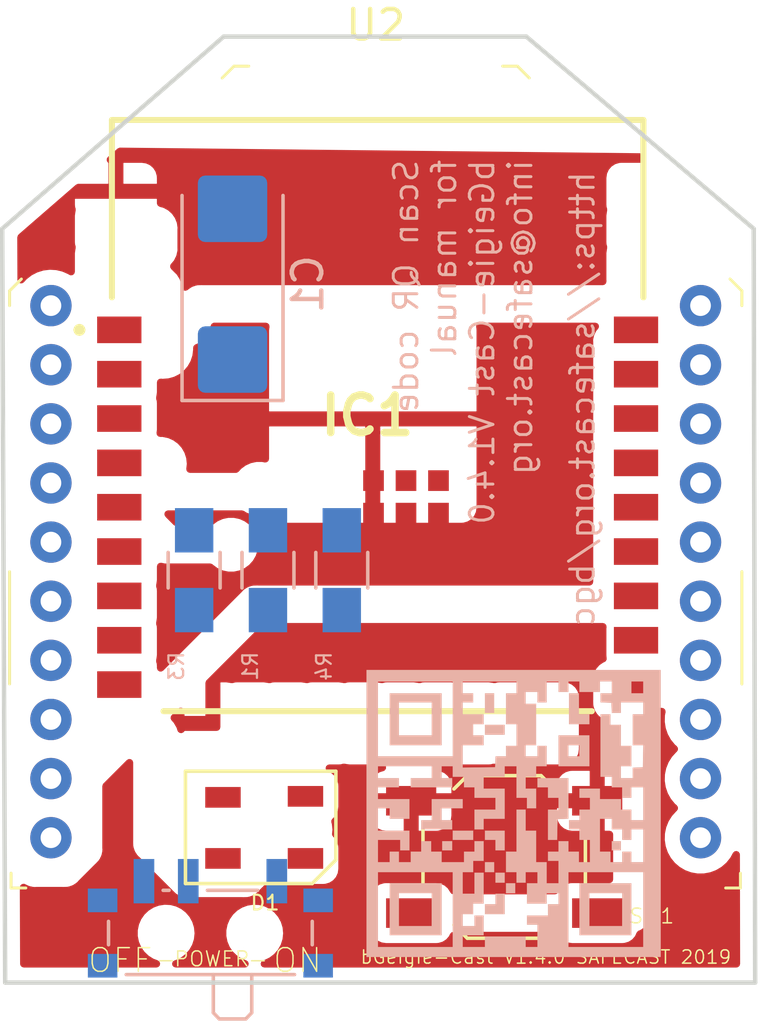
<source format=kicad_pcb>
(kicad_pcb (version 20210606) (generator pcbnew)
  (layers (0 "F.Cu" signal "Top") (31 "B.Cu" signal "Bottom") (34 "B.Paste" user) (35 "F.Paste" user) (36 "B.SilkS" user "B.Silkscreen") (37 "F.SilkS" user "F.Silkscreen") (38 "B.Mask" user) (39 "F.Mask" user) (44 "Edge.Cuts" user))
  (net 0 "")
  (net 1 "GND")
  (net 2 "VDD")
  (net 3 "Net-(D1-Pad1)")
  (net 4 "Net-(D1-Pad3)")
  (net 5 "Net-(D1-Pad4)")
  (net 6 "+3V3")
  (net 33 "Net-(R3-Pad1)")
  (net 34 "Net-(R4-Pad1)")
  (net 35 "Net-(R1-Pad1)")
  (net 36 "Net-(U2-Pad2)")
  (net 37 "Net-(U2-Pad3)")
  (net 38 "Net-(SW1-Pad1)")
  (footprint "Buttons_Switches_SMD:SW_SPST_TL3342" (layer "F.Cu") (at 152.75 118 180)
    (fp_text reference "SW1" hide)
    (fp_text value "TACT-SWITCH" hide)
    (fp_text user "${REFERENCE}" (at -5 -2) (layer "F.SilkS") (effects (font (size 0.5 0.5) (thickness 0.05))))
    (fp_line (start -1.7 2.3) (end -1.25 2.75) (layer "F.SilkS") (width 0.12))
    (fp_line (start -1.25 2.75) (end 1.25 2.75) (layer "F.SilkS") (width 0.12))
    (fp_line (start 1.7 2.3) (end 1.25 2.75) (layer "F.SilkS") (width 0.12))
    (fp_line (start -1.7 -2.3) (end -1.25 -2.75) (layer "F.SilkS") (width 0.12))
    (fp_line (start 1.7 -2.3) (end 1.25 -2.75) (layer "F.SilkS") (width 0.12))
    (fp_line (start -1.25 -2.75) (end 1.25 -2.75) (layer "F.SilkS") (width 0.12))
    (fp_line (start 2.75 -1) (end 2.75 1) (layer "F.SilkS") (width 0.12))
    (fp_line (start -2.75 -1) (end -2.75 1) (layer "F.SilkS") (width 0.12))
    (pad "1" smd rect locked (at 3.15 -1.9 180) (size 1.7 1) (layers "F.Cu" "F.Paste" "F.Mask") (net 38 "Net-(SW1-Pad1)"))
    (pad "1" smd rect locked (at -3.15 -1.9 180) (size 1.7 1) (layers "F.Cu" "F.Paste" "F.Mask") (net 38 "Net-(SW1-Pad1)"))
    (pad "2" smd rect locked (at -3.15 1.9 180) (size 1.7 1) (layers "F.Cu" "F.Paste" "F.Mask") (net 1 "GND"))
    (pad "2" smd rect locked (at 3.15 1.9 180) (size 1.7 1) (layers "F.Cu" "F.Paste" "F.Mask") (net 1 "GND"))
  )
  (footprint "digikey-footprints:DJS-BRGBC-TR8" (layer "F.Cu") (at 144.75 117 90)
    (fp_text reference "D1" (at -2.55 -0.1) (layer "F.SilkS") (effects (font (size 0.5 0.5) (thickness 0.075))))
    (fp_text value "RGB-LED")
    (fp_line (start -1.9 -2.794) (end 1.9 -2.794) (layer "F.SilkS") (width 0.12))
    (fp_line (start 1.9 2.3) (end -1.1 2.3) (layer "F.SilkS") (width 0.12))
    (fp_line (start -1.1 2.3) (end -1.9 1.5) (layer "F.SilkS") (width 0.12))
    (fp_line (start 1.9 -2.794) (end 1.9 2.3) (layer "F.SilkS") (width 0.12))
    (fp_line (start -1.9 1.5) (end -1.9 -2.794) (layer "F.SilkS") (width 0.12))
    (pad "1" smd rect locked (at -1.05 1.27 90) (size 0.7 1.2) (layers "F.Cu" "F.Paste" "F.Mask") (net 3 "Net-(D1-Pad1)"))
    (pad "2" smd rect locked (at -1.05 -1.524 90) (size 0.7 1.2) (layers "F.Cu" "F.Paste" "F.Mask") (net 6 "+3V3"))
    (pad "3" smd rect locked (at 1.016 -1.524 90) (size 0.7 1.2) (layers "F.Cu" "F.Paste" "F.Mask") (net 4 "Net-(D1-Pad3)"))
    (pad "4" smd rect locked (at 1.05 1.27 90) (size 0.7 1.2) (layers "F.Cu" "F.Paste" "F.Mask") (net 5 "Net-(D1-Pad4)"))
  )
  (footprint "digikey-footprints:XBEE-20_THT" (layer "F.Cu") (at 148.4 108.35)
    (fp_text reference "U2" (at 0 -18.49) (layer "F.SilkS"))
    (fp_text value "XBEE-socket")
    (fp_line (start 4.8 -17.1) (end 4.3 -17.1) (layer "F.SilkS") (width 0.1))
    (fp_line (start 12.4 -9.5) (end 12 -9.9) (layer "F.SilkS") (width 0.1))
    (fp_line (start -4.8 -17.1) (end -5.2 -16.7) (layer "F.SilkS") (width 0.1))
    (fp_line (start 12.4 -9.5) (end 12.4 -9) (layer "F.SilkS") (width 0.1))
    (fp_line (start 12.35 10.7) (end 11.85 10.7) (layer "F.SilkS") (width 0.1))
    (fp_line (start -12.35 10.7) (end -12.35 10.2) (layer "F.SilkS") (width 0.1))
    (fp_line (start -12.4 0) (end -12.4 3.8) (layer "F.SilkS") (width 0.1))
    (fp_line (start 12.4 0) (end 12.4 3.8) (layer "F.SilkS") (width 0.1))
    (fp_line (start -12.4 -9.5) (end -12.4 -9) (layer "F.SilkS") (width 0.1))
    (fp_line (start -12.4 -9.5) (end -12 -9.9) (layer "F.SilkS") (width 0.1))
    (fp_line (start 4.8 -17.1) (end 5.2 -16.7) (layer "F.SilkS") (width 0.1))
    (fp_line (start -12.35 10.7) (end -11.85 10.7) (layer "F.SilkS") (width 0.1))
    (fp_line (start 12.35 10.7) (end 12.35 10.2) (layer "F.SilkS") (width 0.1))
    (fp_line (start -4.8 -17.1) (end -4.3 -17.1) (layer "F.SilkS") (width 0.1))
    (pad "1" thru_hole circle locked (at -11 -9) (size 1.4 1.4) (drill 0.7) (layers *.Cu *.Mask) (net 2 "VDD"))
    (pad "2" thru_hole circle locked (at -11 -7) (size 1.4 1.4) (drill 0.7) (layers *.Cu *.Mask) (net 36 "Net-(U2-Pad2)"))
    (pad "3" thru_hole circle locked (at -11 -5) (size 1.4 1.4) (drill 0.7) (layers *.Cu *.Mask) (net 37 "Net-(U2-Pad3)"))
    (pad "4" thru_hole circle locked (at -11 -3) (size 1.4 1.4) (drill 0.7) (layers *.Cu *.Mask))
    (pad "5" thru_hole circle locked (at -11 -1) (size 1.4 1.4) (drill 0.7) (layers *.Cu *.Mask))
    (pad "6" thru_hole circle locked (at -11 1) (size 1.4 1.4) (drill 0.7) (layers *.Cu *.Mask))
    (pad "7" thru_hole circle locked (at -11 3) (size 1.4 1.4) (drill 0.7) (layers *.Cu *.Mask))
    (pad "8" thru_hole circle locked (at -11 5) (size 1.4 1.4) (drill 0.7) (layers *.Cu *.Mask))
    (pad "9" thru_hole circle locked (at -11 7) (size 1.4 1.4) (drill 0.7) (layers *.Cu *.Mask))
    (pad "10" thru_hole circle locked (at -11 9) (size 1.4 1.4) (drill 0.7) (layers *.Cu *.Mask) (net 1 "GND"))
    (pad "11" thru_hole circle locked (at 11 9) (size 1.4 1.4) (drill 0.7) (layers *.Cu *.Mask))
    (pad "12" thru_hole circle locked (at 11 7) (size 1.4 1.4) (drill 0.7) (layers *.Cu *.Mask))
    (pad "13" thru_hole circle locked (at 11 5) (size 1.4 1.4) (drill 0.7) (layers *.Cu *.Mask))
    (pad "14" thru_hole circle locked (at 11 3) (size 1.4 1.4) (drill 0.7) (layers *.Cu *.Mask))
    (pad "15" thru_hole circle locked (at 11 1) (size 1.4 1.4) (drill 0.7) (layers *.Cu *.Mask))
    (pad "16" thru_hole circle locked (at 11 -1) (size 1.4 1.4) (drill 0.7) (layers *.Cu *.Mask))
    (pad "17" thru_hole circle locked (at 11 -3) (size 1.4 1.4) (drill 0.7) (layers *.Cu *.Mask))
    (pad "18" thru_hole circle locked (at 11 -5) (size 1.4 1.4) (drill 0.7) (layers *.Cu *.Mask))
    (pad "19" thru_hole circle locked (at 11 -7) (size 1.4 1.4) (drill 0.7) (layers *.Cu *.Mask))
    (pad "20" thru_hole circle locked (at 11 -9) (size 1.4 1.4) (drill 0.7) (layers *.Cu *.Mask))
  )
  (footprint "ESP32-C3-WROOM-02-N4:ESP32C3WROOM02N4" (layer "F.Cu") (at 149.425 106.37)
    (fp_text reference "IC1" (at -1.31 -3.3) (layer "F.SilkS") (effects (font (size 1.27 1.27) (thickness 0.254))))
    (fp_text value "ESP32-C3-WROOM-02-N4" hide)
    (fp_line (start -9.96 -13.3) (end 8.04 -13.3) (layer "F.SilkS") (width 0.2))
    (fp_line (start 6.29 6.7) (end -8.21 6.7) (layer "F.SilkS") (width 0.2))
    (fp_line (start 8.04 -13.3) (end 8.04 -7.3) (layer "F.SilkS") (width 0.2))
    (fp_line (start -9.96 -13.3) (end -9.96 -13.3) (layer "F.SilkS") (width 0.2))
    (fp_line (start 8.04 -13.3) (end -9.96 -13.3) (layer "F.SilkS") (width 0.2))
    (fp_line (start -11.16 -6.2) (end -11.16 -6.2) (layer "F.SilkS") (width 0.2))
    (fp_line (start 8.04 -7.3) (end 8.04 -13.3) (layer "F.SilkS") (width 0.2))
    (fp_line (start -9.96 -13.3) (end -9.96 -7.3) (layer "F.SilkS") (width 0.2))
    (fp_line (start -11.16 -6.2) (end -11.16 -6.2) (layer "F.SilkS") (width 0.2))
    (fp_line (start -10.96 -6.2) (end -10.96 -6.2) (layer "F.SilkS") (width 0.2))
    (fp_line (start -8.21 6.7) (end -8.21 6.7) (layer "F.SilkS") (width 0.2))
    (fp_line (start 8.04 -13.3) (end 8.04 -13.3) (layer "F.SilkS") (width 0.2))
    (fp_line (start -9.96 -7.3) (end -9.96 -13.3) (layer "F.SilkS") (width 0.2))
    (fp_line (start -9.96 -7.3) (end -9.96 -7.3) (layer "F.SilkS") (width 0.2))
    (fp_line (start 6.29 6.7) (end 6.29 6.7) (layer "F.SilkS") (width 0.2))
    (fp_line (start -8.21 6.7) (end 6.29 6.7) (layer "F.SilkS") (width 0.2))
    (fp_line (start 8.04 -13.3) (end 8.04 -13.3) (layer "F.SilkS") (width 0.2))
    (fp_line (start 8.04 -7.3) (end 8.04 -7.3) (layer "F.SilkS") (width 0.2))
    (fp_line (start -9.96 -13.3) (end -9.96 -13.3) (layer "F.SilkS") (width 0.2))
    (fp_arc (start -11.06 -6.2) (end -11.16 -6.2) (angle -180) (layer "F.SilkS") (width 0.2))
    (fp_arc (start -11.06 -6.2) (end -11.16 -6.2) (angle -180) (layer "F.SilkS") (width 0.2))
    (fp_arc (start -11.06 -6.2) (end -10.96 -6.2) (angle -180) (layer "F.SilkS") (width 0.2))
    (pad "1" smd rect locked (at -9.71 -6.2 90) (size 0.9 1.5) (layers "F.Cu" "F.Paste" "F.Mask") (net 6 "+3V3"))
    (pad "2" smd rect locked (at -9.71 -4.7 90) (size 0.9 1.5) (layers "F.Cu" "F.Paste" "F.Mask") (net 6 "+3V3"))
    (pad "3" smd rect locked (at -9.71 -3.2 90) (size 0.9 1.5) (layers "F.Cu" "F.Paste" "F.Mask"))
    (pad "4" smd rect locked (at -9.71 -1.7 90) (size 0.9 1.5) (layers "F.Cu" "F.Paste" "F.Mask"))
    (pad "5" smd rect locked (at -9.71 -0.2 90) (size 0.9 1.5) (layers "F.Cu" "F.Paste" "F.Mask"))
    (pad "6" smd rect locked (at -9.71 1.3 90) (size 0.9 1.5) (layers "F.Cu" "F.Paste" "F.Mask") (net 33 "Net-(R3-Pad1)"))
    (pad "7" smd rect locked (at -9.71 2.8 90) (size 0.9 1.5) (layers "F.Cu" "F.Paste" "F.Mask") (net 34 "Net-(R4-Pad1)"))
    (pad "8" smd rect locked (at -9.71 4.3 90) (size 0.9 1.5) (layers "F.Cu" "F.Paste" "F.Mask") (net 35 "Net-(R1-Pad1)"))
    (pad "9" smd rect locked (at -9.71 5.8 90) (size 0.9 1.5) (layers "F.Cu" "F.Paste" "F.Mask") (net 1 "GND"))
    (pad "10" smd rect locked (at 7.79 5.8 90) (size 0.9 1.5) (layers "F.Cu" "F.Paste" "F.Mask"))
    (pad "11" smd rect locked (at 7.79 4.3 90) (size 0.9 1.5) (layers "F.Cu" "F.Paste" "F.Mask") (net 36 "Net-(U2-Pad2)"))
    (pad "12" smd rect locked (at 7.79 2.8 90) (size 0.9 1.5) (layers "F.Cu" "F.Paste" "F.Mask") (net 37 "Net-(U2-Pad3)"))
    (pad "13" smd rect locked (at 7.79 1.3 90) (size 0.9 1.5) (layers "F.Cu" "F.Paste" "F.Mask"))
    (pad "14" smd rect locked (at 7.79 -0.2 90) (size 0.9 1.5) (layers "F.Cu" "F.Paste" "F.Mask"))
    (pad "15" smd rect locked (at 7.79 -1.7 90) (size 0.9 1.5) (layers "F.Cu" "F.Paste" "F.Mask"))
    (pad "16" smd rect locked (at 7.79 -3.2 90) (size 0.9 1.5) (layers "F.Cu" "F.Paste" "F.Mask"))
    (pad "17" smd rect locked (at 7.79 -4.7 90) (size 0.9 1.5) (layers "F.Cu" "F.Paste" "F.Mask"))
    (pad "18" smd rect locked (at 7.79 -6.2 90) (size 0.9 1.5) (layers "F.Cu" "F.Paste" "F.Mask") (net 38 "Net-(SW1-Pad1)"))
    (pad "19" smd rect locked (at 0 0 90) (size 0.7 0.7) (layers "F.Cu" "F.Paste" "F.Mask") (net 1 "GND"))
    (pad "20" smd rect locked (at 1.1 0 90) (size 0.7 0.7) (layers "F.Cu" "F.Paste" "F.Mask") (net 1 "GND"))
    (pad "21" smd rect locked (at 1.1 -1.1 90) (size 0.7 0.7) (layers "F.Cu" "F.Paste" "F.Mask") (net 1 "GND"))
    (pad "22" smd rect locked (at 0 -1.1 90) (size 0.7 0.7) (layers "F.Cu" "F.Paste" "F.Mask") (net 1 "GND"))
    (pad "23" smd rect locked (at -1.1 -1.1 90) (size 0.7 0.7) (layers "F.Cu" "F.Paste" "F.Mask") (net 1 "GND"))
    (pad "24" smd rect locked (at -1.1 0 90) (size 0.7 0.7) (layers "F.Cu" "F.Paste" "F.Mask") (net 1 "GND"))
    (pad "25" smd rect locked (at -1.1 1.1 90) (size 0.7 0.7) (layers "F.Cu" "F.Paste" "F.Mask") (net 1 "GND"))
    (pad "26" smd rect locked (at 0 1.1 90) (size 0.7 0.7) (layers "F.Cu" "F.Paste" "F.Mask") (net 1 "GND"))
    (pad "27" smd rect locked (at 1.1 1.1 90) (size 0.7 0.7) (layers "F.Cu" "F.Paste" "F.Mask") (net 1 "GND"))
  )
  (footprint "Buttons_Switches_SMD:SW_SPDT_PCM12" (layer "B.Cu") (at 142.8 120.25 180)
    (fp_text reference "SW2" hide)
    (fp_text value "SWITCH_INV" hide)
    (fp_line (start -0.1 -3.02) (end -0.3 -3.23) (layer "B.SilkS") (width 0.12))
    (fp_line (start -1.4 -3.02) (end -1.2 -3.23) (layer "B.SilkS") (width 0.12))
    (fp_line (start -2.85 -1.73) (end 2.85 -1.73) (layer "B.SilkS") (width 0.12))
    (fp_line (start -1.2 -3.23) (end -0.3 -3.23) (layer "B.SilkS") (width 0.12))
    (fp_line (start -1.6 1.12) (end 0.1 1.12) (layer "B.SilkS") (width 0.12))
    (fp_line (start 3.45 -0.72) (end 3.45 0.07) (layer "B.SilkS") (width 0.12))
    (fp_line (start 1.4 1.12) (end 1.6 1.12) (layer "B.SilkS") (width 0.12))
    (fp_line (start -3.45 0.07) (end -3.45 -0.72) (layer "B.SilkS") (width 0.12))
    (fp_line (start -0.1 -3.02) (end -0.1 -1.73) (layer "B.SilkS") (width 0.12))
    (fp_line (start -1.4 -1.73) (end -1.4 -3.02) (layer "B.SilkS") (width 0.12))
    (pad "" smd rect locked (at 3.65 -1.43 180) (size 1 0.8) (layers "B.Cu" "B.Paste" "B.Mask"))
    (pad "" smd rect locked (at -3.65 0.78 180) (size 1 0.8) (layers "B.Cu" "B.Paste" "B.Mask"))
    (pad "" smd rect locked (at 3.65 0.78 180) (size 1 0.8) (layers "B.Cu" "B.Paste" "B.Mask"))
    (pad "" np_thru_hole circle locked (at 1.5 -0.33 180) (size 0.9 0.9) (drill 0.9) (layers *.Cu *.Mask))
    (pad "" np_thru_hole circle locked (at -1.5 -0.33 180) (size 0.9 0.9) (drill 0.9) (layers *.Cu *.Mask))
    (pad "" smd rect locked (at -3.65 -1.43 180) (size 1 0.8) (layers "B.Cu" "B.Paste" "B.Mask"))
    (pad "1" smd rect locked (at -2.25 1.43 180) (size 0.7 1.5) (layers "B.Cu" "B.Paste" "B.Mask") (net 6 "+3V3"))
    (pad "2" smd rect locked (at 0.75 1.43 180) (size 0.7 1.5) (layers "B.Cu" "B.Paste" "B.Mask") (net 2 "VDD"))
    (pad "3" smd rect locked (at 2.25 1.43 180) (size 0.7 1.5) (layers "B.Cu" "B.Paste" "B.Mask"))
  )
  (footprint "Capacitor_Tantalum_SMD:CP_EIA-6032-15_Kemet-U_Pad2.25x2.35mm_HandSolder" (layer "B.Cu") (at 143.55 98.625 90)
    (fp_text reference "C1" (at 0 2.55 90) (layer "B.SilkS") (effects (justify mirror)))
    (fp_text value "330uF")
    (fp_line (start -3.935 -1.71) (end 3 -1.71) (layer "B.SilkS") (width 0.12))
    (fp_line (start 3 1.71) (end -3.935 1.71) (layer "B.SilkS") (width 0.12))
    (fp_line (start -3.935 1.71) (end -3.935 -1.71) (layer "B.SilkS") (width 0.12))
    (pad "1" smd roundrect locked (at -2.55 0 90) (size 2.25 2.35) (layers "B.Cu" "B.Paste" "B.Mask") (roundrect_rratio 0.1111111111) (net 2 "VDD"))
    (pad "2" smd roundrect locked (at 2.55 0 90) (size 2.25 2.35) (layers "B.Cu" "B.Paste" "B.Mask") (roundrect_rratio 0.1111111111) (net 1 "GND"))
  )
  (footprint "Resistors_SMD:R_0805_HandSoldering" (layer "B.Cu") (at 144.75 108.3 -90)
    (fp_text reference "R1" (at 3.25 0.6 -90) (layer "B.SilkS") (effects (font (size 0.5 0.5) (thickness 0.075)) (justify mirror)))
    (fp_text value "470")
    (fp_line (start 0.6 -0.88) (end -0.6 -0.88) (layer "B.SilkS") (width 0.12))
    (fp_line (start -0.6 0.88) (end 0.6 0.88) (layer "B.SilkS") (width 0.12))
    (pad "1" smd rect locked (at -1.35 0 270) (size 1.5 1.3) (layers "B.Cu" "B.Paste" "B.Mask") (net 35 "Net-(R1-Pad1)"))
    (pad "2" smd rect locked (at 1.35 0 270) (size 1.5 1.3) (layers "B.Cu" "B.Paste" "B.Mask") (net 4 "Net-(D1-Pad3)"))
  )
  (footprint "Resistors_SMD:R_0805_HandSoldering" (layer "B.Cu") (at 142.25 108.3 90)
    (fp_text reference "R3" (at -3.25 -0.6 90) (layer "B.SilkS") (effects (font (size 0.5 0.5) (thickness 0.075)) (justify mirror)))
    (fp_text value "470")
    (fp_line (start 0.6 -0.88) (end -0.6 -0.88) (layer "B.SilkS") (width 0.12))
    (fp_line (start -0.6 0.88) (end 0.6 0.88) (layer "B.SilkS") (width 0.12))
    (pad "1" smd rect locked (at -1.35 0 90) (size 1.5 1.3) (layers "B.Cu" "B.Paste" "B.Mask") (net 33 "Net-(R3-Pad1)"))
    (pad "2" smd rect locked (at 1.35 0 90) (size 1.5 1.3) (layers "B.Cu" "B.Paste" "B.Mask") (net 5 "Net-(D1-Pad4)"))
  )
  (footprint "Resistors_SMD:R_0805_HandSoldering" (layer "B.Cu") (at 147.25 108.3 -90)
    (fp_text reference "R4" (at 3.25 0.6 -90) (layer "B.SilkS") (effects (font (size 0.5 0.5) (thickness 0.075)) (justify mirror)))
    (fp_text value "470")
    (fp_line (start 0.6 -0.88) (end -0.6 -0.88) (layer "B.SilkS") (width 0.12))
    (fp_line (start -0.6 0.88) (end 0.6 0.88) (layer "B.SilkS") (width 0.12))
    (pad "1" smd rect locked (at -1.35 0 270) (size 1.5 1.3) (layers "B.Cu" "B.Paste" "B.Mask") (net 34 "Net-(R4-Pad1)"))
    (pad "2" smd rect locked (at 1.35 0 270) (size 1.5 1.3) (layers "B.Cu" "B.Paste" "B.Mask") (net 3 "Net-(D1-Pad1)"))
  )
  (footprint "ESP32 nGeigieNano WiFi all:QR_code_safecast_bgc" (layer "B.Cu") (at 153.068 116.53)
    (fp_text reference "G***" hide)
    (fp_text value "LOGO" hide)
    (fp_poly (pts (xy 3.9878 2.3622) (xy 2.2352 2.3622) (xy 2.2352 3.81) (xy 2.5654 3.81) (xy 2.5654 2.6924) (xy 3.683 2.6924) (xy 3.683 3.81) (xy 2.5654 3.81) (xy 2.2352 3.81) (xy 2.2352 4.1148) (xy 3.9878 4.1148)) (layer "B.SilkS") (width 0.01) (fill solid))
    (fp_poly (pts (xy -0.3048 2.7178) (xy -0.6096 2.7178) (xy -0.6096 3.0734) (xy -0.9652 3.0734) (xy -0.9652 3.4036) (xy -0.3048 3.4036)) (layer "B.SilkS") (width 0.01) (fill solid))
    (fp_poly (pts (xy 4.9784 -4.8514) (xy -4.9784 -4.8514) (xy -4.9784 -1.9304) (xy -4.5974 -1.9304) (xy -4.5974 -4.4704) (xy -2.0574 -4.4704) (xy -2.0574 -2.3114) (xy -1.7272 -2.3114) (xy -1.016 -2.3114) (xy -1.016 -2.6416) (xy -1.3716 -2.6416) (xy -1.3716 -3.0226) (xy -1.016 -3.0226) (xy -1.016 -3.3528) (xy -1.7272 -3.3528) (xy -1.7272 -3.7592) (xy -1.3716 -3.7592) (xy -1.3716 -4.064) (xy -1.7272 -4.064) (xy -1.7272 -4.4704) (xy 0.1016 -4.4704) (xy 0.1016 -4.064) (xy -0.254 -4.064) (xy -0.254 -3.0226) (xy 0.1016 -3.0226) (xy 0.1016 -2.286) (xy -0.254 -2.286) (xy -0.254 -1.9304) (xy -0.607375 -1.9304) (xy -0.614838 -1.74625) (xy -0.6223 -1.5621) (xy -1.17475 -1.555254) (xy -1.7272 -1.548409) (xy -1.7272 -2.3114) (xy -2.0574 -2.3114) (xy -2.0574 -1.9304) (xy -4.5974 -1.9304) (xy -4.9784 -1.9304) (xy -4.9784 1.651) (xy -4.5974 1.651) (xy -4.5974 0.889) (xy -3.8354 0.889) (xy -3.8354 1.2446) (xy -3.5306 1.2446) (xy -3.5306 0.5842) (xy -4.5974 0.5842) (xy -4.5974 -0.1778) (xy -4.191 -0.1778) (xy -4.191 0.1778) (xy -3.5306 0.1778) (xy -3.5306 -0.4826) (xy -4.5974 -0.4826) (xy -4.5974 -0.889) (xy -3.8862 -0.889) (xy -3.8862 -1.1938) (xy -4.5974 -1.1938) (xy -4.5974 -1.6002) (xy -2.7686 -1.6002) (xy -2.7686 -1.1938) (xy -3.4798 -1.1938) (xy -3.4798 -0.889) (xy -2.0828 -0.889) (xy -2.0828 -1.1938) (xy -2.4384 -1.1938) (xy -2.4384 -1.6002) (xy -2.0574 -1.6002) (xy -2.0574 -1.2446) (xy -1.6764 -1.2446) (xy -1.6764 -0.889) (xy -1.3208 -0.889) (xy -1.3208 -0.5334) (xy -0.6096 -0.5334) (xy -0.6096 -0.127) (xy -1.3208 -0.127) (xy -1.3208 0.5334) (xy -1.016 0.5334) (xy -1.016 0.1778) (xy -0.3048 0.1778) (xy -0.3048 -0.8382) (xy -1.016 -0.8382) (xy -1.016 -1.2446) (xy -0.3048 -1.2446) (xy -0.3048 -1.6002) (xy 0.1016 -1.6002) (xy 0.1016 -0.5334) (xy 0.4572 -0.5334) (xy 0.4572 -0.1778) (xy 0.762 -0.1778) (xy 0.762 -0.8382) (xy 0.4064 -0.8382) (xy 0.4064 -1.2446) (xy 0.762 -1.2446) (xy 0.762 -1.6002) (xy 1.1176 -1.6002) (xy 1.1176 -2.286) (xy 0.8128 -2.286) (xy 0.8128 -1.9304) (xy 0.4064 -1.9304) (xy 0.4064 -2.3114) (xy 0.762 -2.3114) (xy 0.762 -3.7084) (xy 0.4064 -3.7084) (xy 0.4064 -4.1148) (xy 0.8128 -4.1148) (xy 0.8128 -3.7592) (xy 1.1176 -3.7592) (xy 1.1176 -4.4704) (xy 1.524 -4.4704) (xy 1.524 -4.1148) (xy 1.8542 -4.1148) (xy 1.8542 -4.4704) (xy 2.2352 -4.4704) (xy 2.2352 -4.1148) (xy 2.921 -4.1148) (xy 2.921 -4.4704) (xy 3.3274 -4.4704) (xy 3.3274 -4.064) (xy 3.9878 -4.064) (xy 3.9878 -4.4704) (xy 4.3942 -4.4704) (xy 4.3942 -4.064) (xy 3.9878 -4.064) (xy 3.3274 -4.064) (xy 2.9464 -4.064) (xy 2.9464 -3.761425) (xy 3.13055 -3.753962) (xy 3.3147 -3.7465) (xy 3.32221 -3.57505) (xy 3.329721 -3.4036) (xy 3.6322 -3.4036) (xy 3.6322 -3.7592) (xy 4.3942 -3.7592) (xy 4.3942 -3.3528) (xy 4.0386 -3.3528) (xy 4.0386 -2.3114) (xy 4.395558 -2.3114) (xy 4.3815 -1.5621) (xy 4.0386 -1.547078) (xy 4.0386 -1.1938) (xy 3.6322 -1.1938) (xy 3.6322 -1.6002) (xy 3.9878 -1.6002) (xy 3.9878 -2.286) (xy 3.6322 -2.286) (xy 3.6322 -2.9972) (xy 3.2766 -2.9972) (xy 3.2766 -3.3528) (xy 2.9464 -3.3528) (xy 2.9464 -1.2446) (xy 3.3274 -1.2446) (xy 3.3274 -0.889) (xy 3.683 -0.889) (xy 3.683 -0.5334) (xy 3.9878 -0.5334) (xy 3.9878 -0.889) (xy 4.3942 -0.889) (xy 4.3942 0.2286) (xy 3.9878 0.2286) (xy 3.9878 -0.127) (xy 3.6322 -0.127) (xy 3.6322 -0.4826) (xy 2.921 -0.4826) (xy 2.921 -0.8382) (xy 2.2352 -0.8382) (xy 2.2352 -0.5334) (xy 2.5908 -0.5334) (xy 2.5908 -0.127) (xy 2.2352 -0.127) (xy 2.2352 0.2286) (xy 1.8796 0.2286) (xy 1.8796 0.5334) (xy 2.2352 0.5334) (xy 2.2352 0.889) (xy 2.5908 0.889) (xy 2.5908 1.2954) (xy 2.921 1.2954) (xy 2.921 0.1778) (xy 3.3274 0.1778) (xy 3.3274 0.5334) (xy 3.683 0.5334) (xy 3.683 0.889) (xy 3.9878 0.889) (xy 3.9878 0.5334) (xy 4.3942 0.5334) (xy 4.3942 1.651) (xy 3.9878 1.651) (xy 3.9878 1.2954) (xy 3.683 1.2954) (xy 3.683 1.651) (xy 3.2766 1.651) (xy 3.2766 1.2954) (xy 2.921 1.2954) (xy 2.5908 1.2954) (xy 2.5908 1.651) (xy 2.2098 1.651) (xy 2.2098 1.2954) (xy 1.8542 1.2954) (xy 1.8542 0.9398) (xy 1.524 0.9398) (xy 1.524 1.2954) (xy 1.1684 1.2954) (xy 1.1684 1.6002) (xy 1.524 1.6002) (xy 1.524 2.3622) (xy 1.1176 2.3622) (xy 1.1176 1.651) (xy 0.762 1.651) (xy 0.762 0.5842) (xy 0.4064 0.5842) (xy 0.4064 -0.127) (xy 0.1016 -0.127) (xy 0.1016 1.2954) (xy -0.254 1.2954) (xy -0.254 1.9812) (xy 0.1016 1.9812) (xy 0.1016 2.3368) (xy 0.4064 2.3368) (xy 0.4064 1.9812) (xy 0.8128 1.9812) (xy 0.8128 2.3622) (xy 0.4572 2.3622) (xy 0.4572 3.048) (xy 1.1176 3.048) (xy 1.1176 2.6924) (xy 1.524 2.6924) (xy 1.524 3.0734) (xy 1.1684 3.0734) (xy 1.1684 3.4544) (xy 0.4572 3.4544) (xy 0.4572 3.7592) (xy 0.8128 3.7592) (xy 0.8128 4.5212) (xy 1.8542 4.5212) (xy 1.8542 1.9812) (xy 4.3942 1.9812) (xy 4.3942 4.5212) (xy 1.8542 4.5212) (xy 0.8128 4.5212) (xy 0.4064 4.5212) (xy 0.4064 4.1656) (xy -0.9652 4.1656) (xy -0.9652 4.5212) (xy -1.7272 4.5212) (xy -1.7272 4.1148) (xy -1.016 4.1148) (xy -1.016 3.4544) (xy -1.3208 3.4544) (xy -1.3208 3.81) (xy -1.7272 3.81) (xy -1.7272 3.4036) (xy -1.3716 3.4036) (xy -1.3716 3.048) (xy -1.016 3.048) (xy -1.016 2.0066) (xy -1.3208 2.0066) (xy -1.3208 2.7178) (xy -1.7272 2.7178) (xy -1.7272 1.9812) (xy -1.3716 1.9812) (xy -1.3716 1.6002) (xy -1.016 1.6002) (xy -1.016 0.9398) (xy -1.3208 0.9398) (xy -1.3208 1.2954) (xy -1.6764 1.2954) (xy -1.6764 1.651) (xy -2.4384 1.651) (xy -2.4384 1.2954) (xy -2.794 1.2954) (xy -2.794 0.9398) (xy -3.1242 0.9398) (xy -3.1242 1.2954) (xy -3.4798 1.2954) (xy -3.4798 1.651) (xy -3.8862 1.651) (xy -3.8862 1.2954) (xy -4.191 1.2954) (xy -4.191 1.651) (xy -4.5974 1.651) (xy -4.9784 1.651) (xy -4.9784 4.5212) (xy -4.5974 4.5212) (xy -4.5974 1.9812) (xy -2.0574 1.9812) (xy -2.0574 4.5212) (xy -4.5974 4.5212) (xy -4.9784 4.5212) (xy -4.9784 4.8514) (xy 4.9784 4.8514)) (layer "B.SilkS") (width 0.01) (fill solid))
    (fp_poly (pts (xy -0.6604 1.651) (xy -0.9652 1.651) (xy -0.9652 1.9812) (xy -0.6604 1.9812)) (layer "B.SilkS") (width 0.01) (fill solid))
    (fp_poly (pts (xy -0.3048 -2.9972) (xy -0.9652 -2.9972) (xy -0.9652 -2.667) (xy -0.3048 -2.667)) (layer "B.SilkS") (width 0.01) (fill solid))
    (fp_poly (pts (xy -2.0828 0.9398) (xy -2.413 0.9398) (xy -2.413 1.2446) (xy -2.0828 1.2446)) (layer "B.SilkS") (width 0.01) (fill solid))
    (fp_poly (pts (xy 2.5654 -3.3528) (xy 2.2098 -3.3528) (xy 2.2098 -4.064) (xy 1.8796 -4.064) (xy 1.8796 -3.0226) (xy 2.5654 -3.0226)) (layer "B.SilkS") (width 0.01) (fill solid))
    (fp_poly (pts (xy 2.5654 -2.6416) (xy 1.524 -2.6416) (xy 1.524 -1.9304) (xy 1.8542 -1.9304) (xy 1.8542 -2.3114) (xy 2.2352 -2.3114) (xy 2.2352 -1.9304) (xy 1.8542 -1.9304) (xy 1.524 -1.9304) (xy 1.524 -1.6002) (xy 2.5654 -1.6002)) (layer "B.SilkS") (width 0.01) (fill solid))
    (fp_poly (pts (xy -0.3048 2.0066) (xy -0.6096 2.0066) (xy -0.6096 2.3368) (xy -0.3048 2.3368)) (layer "B.SilkS") (width 0.01) (fill solid))
    (fp_poly (pts (xy -2.4384 2.3622) (xy -4.191 2.3622) (xy -4.191 3.81) (xy -3.8862 3.81) (xy -3.8862 2.6924) (xy -2.7686 2.6924) (xy -2.7686 3.81) (xy -3.8862 3.81) (xy -4.191 3.81) (xy -4.191 4.1148) (xy -2.4384 4.1148)) (layer "B.SilkS") (width 0.01) (fill solid))
    (fp_poly (pts (xy 3.6322 0.9398) (xy 3.3274 0.9398) (xy 3.3274 1.2446) (xy 3.6322 1.2446)) (layer "B.SilkS") (width 0.01) (fill solid))
    (fp_poly (pts (xy -2.0828 0.2286) (xy -2.4384 0.2286) (xy -2.4384 -0.1778) (xy -1.7272 -0.1778) (xy -1.7272 -0.4826) (xy -2.7686 -0.4826) (xy -2.7686 0.2286) (xy -3.1242 0.2286) (xy -3.1242 0.5334) (xy -2.0828 0.5334)) (layer "B.SilkS") (width 0.01) (fill solid))
    (fp_poly (pts (xy -2.4384 -4.064) (xy -4.191 -4.064) (xy -4.191 -2.6416) (xy -3.8862 -2.6416) (xy -3.8862 -3.7592) (xy -2.7686 -3.7592) (xy -2.7686 -2.6416) (xy -3.8862 -2.6416) (xy -4.191 -2.6416) (xy -4.191 -2.3114) (xy -2.4384 -2.3114)) (layer "B.SilkS") (width 0.01) (fill solid))
    (fp_poly (pts (xy -1.3716 0.5842) (xy -2.0574 0.5842) (xy -2.0574 0.889) (xy -1.3716 0.889)) (layer "B.SilkS") (width 0.01) (fill solid))
    (fp_poly (pts (xy 1.4859 0.1905) (xy 1.67005 0.183038) (xy 1.8542 0.175575) (xy 1.8542 -1.1938) (xy 0.8128 -1.1938) (xy 0.8128 -0.889) (xy 1.1684 -0.889) (xy 1.1684 -0.5334) (xy 1.524 -0.5334) (xy 1.524 -0.127) (xy 1.1684 -0.127) (xy 1.1684 0.889) (xy 1.471766 0.889)) (layer "B.SilkS") (width 0.01) (fill solid))
    (fp_poly (pts (xy 0.0508 2.3622) (xy -0.254 2.3622) (xy -0.254 2.6924) (xy 0.0508 2.6924)) (layer "B.SilkS") (width 0.01) (fill solid))
    (fp_poly (pts (xy -0.6604 -4.064) (xy -0.9652 -4.064) (xy -0.9652 -3.4036) (xy -0.6604 -3.4036)) (layer "B.SilkS") (width 0.01) (fill solid))
    (fp_poly (pts (xy -0.3048 0.5842) (xy -0.9652 0.5842) (xy -0.9652 0.889) (xy -0.6096 0.889) (xy -0.6096 1.2446) (xy -0.3048 1.2446)) (layer "B.SilkS") (width 0.01) (fill solid))
  )
  (gr_line (start 143.25 90.25) (end 153.5 90.25) (layer "Edge.Cuts") (width 0.15))
  (gr_line (start 135.75 96.75) (end 143.25 90.25) (layer "Edge.Cuts") (width 0.15))
  (gr_line (start 135.75 96.75) (end 135.85 122.25) (layer "Edge.Cuts") (width 0.15))
  (gr_line (start 161.25 122.25) (end 135.85 122.25) (layer "Edge.Cuts") (width 0.15))
  (gr_line (start 161.2011 96.75) (end 161.25 122.25) (layer "Edge.Cuts") (width 0.15))
  (gr_line (start 153.5 90.25) (end 161.2011 96.75) (layer "Edge.Cuts") (width 0.15))
  (gr_text "Scan QR code \nfor manual\nbGeigie-Cast V1.4.0 \ninfo@safecast.org\n" (at 151.36 94.35 90) (layer "B.SilkS") (effects (font (size 0.8 0.8) (thickness 0.1)) (justify left mirror)))
  (gr_text "https://safecast.org/bgc" (at 155.4 102.51 90) (layer "B.SilkS") (effects (font (size 0.8 0.8) (thickness 0.1)) (justify mirror)))
  (gr_text "OFF" (at 139.75 121.5) (layer "F.SilkS") (effects (font (size 0.8 0.8) (thickness 0.05))))
  (gr_text "bGeigie-Cast V1.4.0 SAFECAST 2019" (at 147.85 121.65) (layer "F.SilkS") (effects (font (size 0.45 0.45) (thickness 0.05)) (justify left bottom)))
  (gr_text "ON" (at 145.75 121.5) (layer "F.SilkS") (effects (font (size 0.8 0.8) (thickness 0.05))))
  (gr_text "—POWER—" (at 142.85 121.45) (layer "F.SilkS") (effects (font (size 0.5 0.5) (thickness 0.05))))
  (zone (net 1) (net_name "GND") (layer "F.Cu") (connect_pads (clearance 0.508)) (min_thickness 0.254) (fill yes (thermal_gap 0.508) (thermal_bridge_width 0.508))
    (polygon (pts (xy 135.95 97.3) (xy 139.25 94) (xy 157.8 94.2) (xy 161.25 97) (xy 161.5 122.25) (xy 135.95 122.6)))
  )
)
</source>
